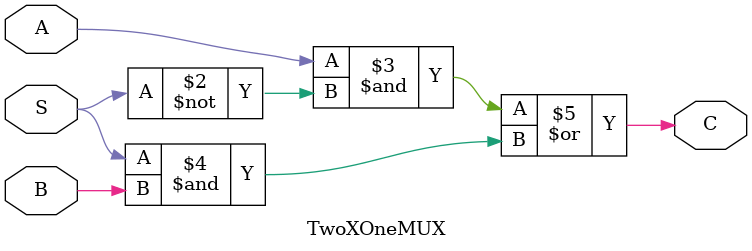
<source format=v>
`timescale 1ns / 1ps
module TwoXOneMUX( input A,B,S,output reg C);
always @(*)
begin
 C = (A & ~S )|(S & B);
 end
endmodule

</source>
